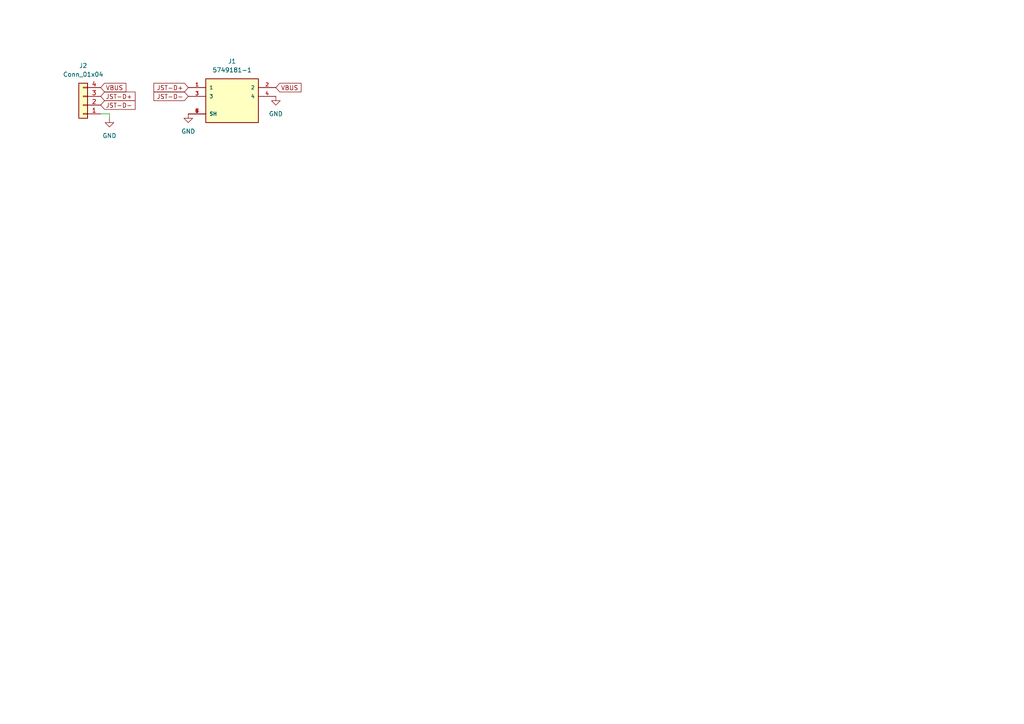
<source format=kicad_sch>
(kicad_sch (version 20230121) (generator eeschema)
  (paper "A4")
  (lib_symbols
    (symbol "ADB:5749181-1" (pin_names (offset 1.016))
      (property "Reference" "J" (at -7.6246 5.7185 0))
      (property "Value" "5749181-1" (at -7.6233 -10.1645 0))
      (symbol "5749181-1_0_0"
        (rectangle (start -7.62 -7.62) (end 7.62 5.08) (stroke (width 0.254)) (fill (type background)))
        (pin passive line (at -12.7 2.54 0) (length 5.08) (name "1") (number "1"))
        (pin passive line (at 12.7 2.54 180) (length 5.08) (name "2") (number "2"))
        (pin passive line (at -12.7 0 0) (length 5.08) (name "3") (number "3"))
        (pin passive line (at 12.7 0 180) (length 5.08) (name "4") (number "4"))
        (pin passive line (at -12.7 -5.08 0) (length 5.08) (name "SH") (number "5"))
        (pin passive line (at -12.7 -5.08 0) (length 5.08) (name "SH") (number "6"))
        (pin passive line (at -12.7 -5.08 0) (length 5.08) (name "SH") (number "7"))
      )
    )
    (symbol "Connector_Generic:Conn_01x04" (pin_names (offset 1.016) hide)
      (property "Reference" "J" (at 0 5.08 0))
      (property "Value" "Conn_01x04" (at 0 -7.62 0))
      (symbol "Conn_01x04_1_1"
        (rectangle (start -1.27 -4.953) (end 0 -5.207) (stroke (width 0.1524)))
        (rectangle (start -1.27 -2.413) (end 0 -2.667) (stroke (width 0.1524)))
        (rectangle (start -1.27 0.127) (end 0 -0.127) (stroke (width 0.1524)))
        (rectangle (start -1.27 2.667) (end 0 2.413) (stroke (width 0.1524)))
        (rectangle (start -1.27 3.81) (end 1.27 -6.35) (stroke (width 0.254)) (fill (type background)))
        (pin passive line (at -5.08 2.54 0) (length 3.81) (name "Pin_1") (number "1"))
        (pin passive line (at -5.08 0 0) (length 3.81) (name "Pin_2") (number "2"))
        (pin passive line (at -5.08 -2.54 0) (length 3.81) (name "Pin_3") (number "3"))
        (pin passive line (at -5.08 -5.08 0) (length 3.81) (name "Pin_4") (number "4"))
      )
    )
    (symbol "power:GND" (power) (pin_names (offset 0))
      (property "Value" "GND" (at 0 -3.81 0))
      (symbol "GND_0_1"
        (polyline (pts (xy 0 0) (xy 0 -1.27) (xy 1.27 -1.27) (xy 0 -2.54) (xy -1.27 -1.27) (xy 0 -1.27)))
      )
      (symbol "GND_1_1"
        (pin power_in line (at 0 0 270) (length 0) hide (name "GND") (number "1"))
      )
    )
  )
  (wire (pts (xy 29.21 33.02) (xy 31.75 33.02)))
  (wire (pts (xy 31.75 33.02) (xy 31.75 34.29)))
  (global_label "JST-D-" (shape input) (at 29.21 30.48 0) (property "Intersheetrefs" "${INTERSHEET_REFS}" (effects hide)))
  (global_label "JST-D+" (shape input) (at 54.61 25.4 180) (property "Intersheetrefs" "${INTERSHEET_REFS}" (effects hide)))
  (global_label "VBUS" (shape input) (at 29.21 25.4 0) (property "Intersheetrefs" "${INTERSHEET_REFS}" (effects hide)))
  (global_label "JST-D+" (shape input) (at 29.21 27.94 0) (property "Intersheetrefs" "${INTERSHEET_REFS}" (effects hide)))
  (global_label "JST-D-" (shape input) (at 54.61 27.94 180) (property "Intersheetrefs" "${INTERSHEET_REFS}" (effects hide)))
  (global_label "VBUS" (shape input) (at 80.01 25.4 0) (property "Intersheetrefs" "${INTERSHEET_REFS}" (effects hide)))
  (symbol (lib_id "Connector_Generic:Conn_01x04") (at 24.13 30.48 180) (unit 1)
    (property "Reference" "J2" (at 24.13 19.05 0))
    (property "Value" "Conn_01x04" (at 24.13 21.59 0))
    (property "Footprint" "Connector_PinHeader_2.00mm:PinHeader_1x04_P2.00mm_Vertical" (effects hide))
  )
  (symbol (lib_id "power:GND") (at 80.01 27.94 0) (unit 1)
    (property "Reference" "#PWR03" (effects hide))
    (property "Value" "GND" (at 80.01 33.02 0))
  )
  (symbol (lib_id "ADB:5749181-1") (at 67.31 27.94 0) (unit 1)
    (property "Reference" "J1" (at 67.31 17.78 0))
    (property "Value" "5749181-1" (at 67.31 20.32 0))
    (property "Footprint" "ADB:TE_5749181-1" (effects hide))
    (property "Comment" "5749181-1" (effects hide))
    (property "MF" "TE Connectivity" (effects hide))
    (property "Description" "\nConnector, Mini Circular DIN, Recept. Assy w/Hold Down, 4 Pos, PCB Mnt, Rt Angle | TE Connectivity 5749181-1\n" (effects hide))
    (property "Package" "None" (effects hide))
    (property "Price" "None" (effects hide))
    (property "Check_prices" "https://www.snapeda.com/parts/5749181-1/TE+Connectivity+AMP+Connectors/view-part/?ref=eda" (effects hide))
    (property "STANDARD" "Manufacturer recommendations" (effects hide))
    (property "PARTREV" "P" (effects hide))
    (property "SnapEDA_Link" "https://www.snapeda.com/parts/5749181-1/TE+Connectivity+AMP+Connectors/view-part/?ref=snap" (effects hide))
    (property "MP" "5749181-1" (effects hide))
    (property "Purchase-URL" "https://www.snapeda.com/api/url_track_click_mouser/?unipart_id=525904&manufacturer=TE Connectivity&part_name=5749181-1&search_term=mini din" (effects hide))
    (property "EU_RoHS_Compliance" "Compliant" (effects hide))
    (property "Availability" "In Stock" (effects hide))
    (property "MANUFACTURER" "TE Connectivity" (effects hide))
  )
  (symbol (lib_id "power:GND") (at 31.75 34.29 0) (unit 1)
    (property "Reference" "#PWR01" (effects hide))
    (property "Value" "GND" (at 31.75 39.37 0))
  )
  (symbol (lib_id "power:GND") (at 54.61 33.02 0) (unit 1)
    (property "Reference" "#PWR02" (effects hide))
    (property "Value" "GND" (at 54.61 38.1 0))
  )
)
</source>
